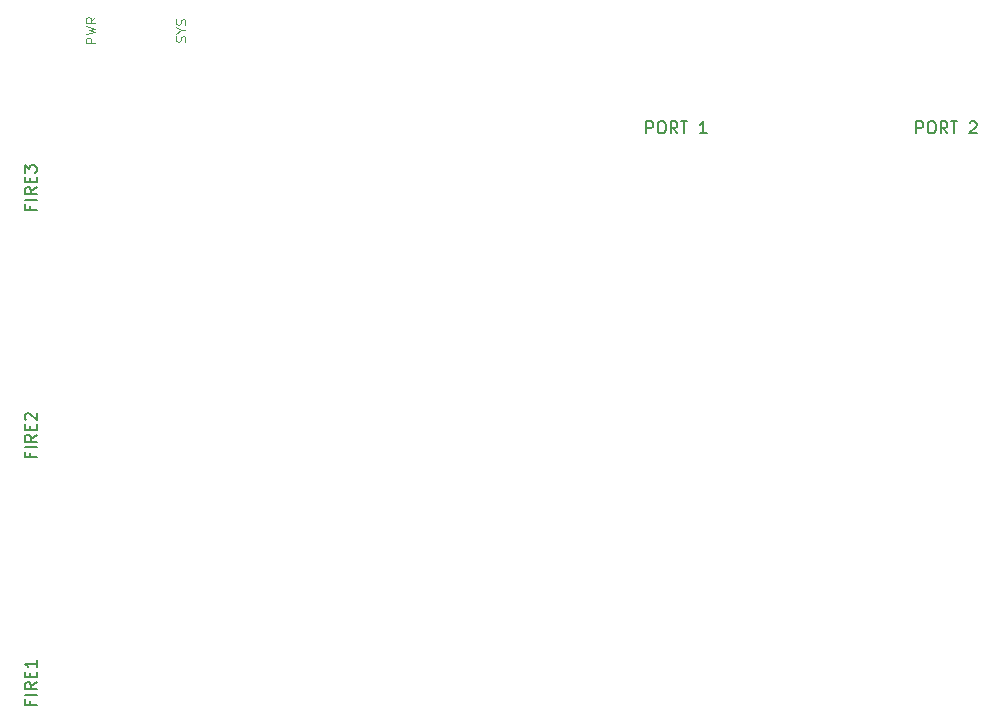
<source format=gto>
G04 #@! TF.GenerationSoftware,KiCad,Pcbnew,(5.1.8)-1*
G04 #@! TF.CreationDate,2021-01-08T20:10:29+01:00*
G04 #@! TF.ProjectId,C64 Joykey Faceplate,43363420-4a6f-4796-9b65-792046616365,rev?*
G04 #@! TF.SameCoordinates,Original*
G04 #@! TF.FileFunction,Legend,Top*
G04 #@! TF.FilePolarity,Positive*
%FSLAX46Y46*%
G04 Gerber Fmt 4.6, Leading zero omitted, Abs format (unit mm)*
G04 Created by KiCad (PCBNEW (5.1.8)-1) date 2021-01-08 20:10:29*
%MOMM*%
%LPD*%
G01*
G04 APERTURE LIST*
%ADD10C,0.150000*%
%ADD11C,0.100000*%
G04 APERTURE END LIST*
D10*
X197501190Y-94432380D02*
X197501190Y-93432380D01*
X197882142Y-93432380D01*
X197977380Y-93480000D01*
X198025000Y-93527619D01*
X198072619Y-93622857D01*
X198072619Y-93765714D01*
X198025000Y-93860952D01*
X197977380Y-93908571D01*
X197882142Y-93956190D01*
X197501190Y-93956190D01*
X198691666Y-93432380D02*
X198882142Y-93432380D01*
X198977380Y-93480000D01*
X199072619Y-93575238D01*
X199120238Y-93765714D01*
X199120238Y-94099047D01*
X199072619Y-94289523D01*
X198977380Y-94384761D01*
X198882142Y-94432380D01*
X198691666Y-94432380D01*
X198596428Y-94384761D01*
X198501190Y-94289523D01*
X198453571Y-94099047D01*
X198453571Y-93765714D01*
X198501190Y-93575238D01*
X198596428Y-93480000D01*
X198691666Y-93432380D01*
X200120238Y-94432380D02*
X199786904Y-93956190D01*
X199548809Y-94432380D02*
X199548809Y-93432380D01*
X199929761Y-93432380D01*
X200025000Y-93480000D01*
X200072619Y-93527619D01*
X200120238Y-93622857D01*
X200120238Y-93765714D01*
X200072619Y-93860952D01*
X200025000Y-93908571D01*
X199929761Y-93956190D01*
X199548809Y-93956190D01*
X200405952Y-93432380D02*
X200977380Y-93432380D01*
X200691666Y-94432380D02*
X200691666Y-93432380D01*
X202596428Y-94432380D02*
X202025000Y-94432380D01*
X202310714Y-94432380D02*
X202310714Y-93432380D01*
X202215476Y-93575238D01*
X202120238Y-93670476D01*
X202025000Y-93718095D01*
X220361190Y-94432380D02*
X220361190Y-93432380D01*
X220742142Y-93432380D01*
X220837380Y-93480000D01*
X220885000Y-93527619D01*
X220932619Y-93622857D01*
X220932619Y-93765714D01*
X220885000Y-93860952D01*
X220837380Y-93908571D01*
X220742142Y-93956190D01*
X220361190Y-93956190D01*
X221551666Y-93432380D02*
X221742142Y-93432380D01*
X221837380Y-93480000D01*
X221932619Y-93575238D01*
X221980238Y-93765714D01*
X221980238Y-94099047D01*
X221932619Y-94289523D01*
X221837380Y-94384761D01*
X221742142Y-94432380D01*
X221551666Y-94432380D01*
X221456428Y-94384761D01*
X221361190Y-94289523D01*
X221313571Y-94099047D01*
X221313571Y-93765714D01*
X221361190Y-93575238D01*
X221456428Y-93480000D01*
X221551666Y-93432380D01*
X222980238Y-94432380D02*
X222646904Y-93956190D01*
X222408809Y-94432380D02*
X222408809Y-93432380D01*
X222789761Y-93432380D01*
X222885000Y-93480000D01*
X222932619Y-93527619D01*
X222980238Y-93622857D01*
X222980238Y-93765714D01*
X222932619Y-93860952D01*
X222885000Y-93908571D01*
X222789761Y-93956190D01*
X222408809Y-93956190D01*
X223265952Y-93432380D02*
X223837380Y-93432380D01*
X223551666Y-94432380D02*
X223551666Y-93432380D01*
X224885000Y-93527619D02*
X224932619Y-93480000D01*
X225027857Y-93432380D01*
X225265952Y-93432380D01*
X225361190Y-93480000D01*
X225408809Y-93527619D01*
X225456428Y-93622857D01*
X225456428Y-93718095D01*
X225408809Y-93860952D01*
X224837380Y-94432380D01*
X225456428Y-94432380D01*
X145343571Y-100583809D02*
X145343571Y-100917142D01*
X145867380Y-100917142D02*
X144867380Y-100917142D01*
X144867380Y-100440952D01*
X145867380Y-100060000D02*
X144867380Y-100060000D01*
X145867380Y-99012380D02*
X145391190Y-99345714D01*
X145867380Y-99583809D02*
X144867380Y-99583809D01*
X144867380Y-99202857D01*
X144915000Y-99107619D01*
X144962619Y-99060000D01*
X145057857Y-99012380D01*
X145200714Y-99012380D01*
X145295952Y-99060000D01*
X145343571Y-99107619D01*
X145391190Y-99202857D01*
X145391190Y-99583809D01*
X145343571Y-98583809D02*
X145343571Y-98250476D01*
X145867380Y-98107619D02*
X145867380Y-98583809D01*
X144867380Y-98583809D01*
X144867380Y-98107619D01*
X144867380Y-97774285D02*
X144867380Y-97155238D01*
X145248333Y-97488571D01*
X145248333Y-97345714D01*
X145295952Y-97250476D01*
X145343571Y-97202857D01*
X145438809Y-97155238D01*
X145676904Y-97155238D01*
X145772142Y-97202857D01*
X145819761Y-97250476D01*
X145867380Y-97345714D01*
X145867380Y-97631428D01*
X145819761Y-97726666D01*
X145772142Y-97774285D01*
X145343571Y-121538809D02*
X145343571Y-121872142D01*
X145867380Y-121872142D02*
X144867380Y-121872142D01*
X144867380Y-121395952D01*
X145867380Y-121015000D02*
X144867380Y-121015000D01*
X145867380Y-119967380D02*
X145391190Y-120300714D01*
X145867380Y-120538809D02*
X144867380Y-120538809D01*
X144867380Y-120157857D01*
X144915000Y-120062619D01*
X144962619Y-120015000D01*
X145057857Y-119967380D01*
X145200714Y-119967380D01*
X145295952Y-120015000D01*
X145343571Y-120062619D01*
X145391190Y-120157857D01*
X145391190Y-120538809D01*
X145343571Y-119538809D02*
X145343571Y-119205476D01*
X145867380Y-119062619D02*
X145867380Y-119538809D01*
X144867380Y-119538809D01*
X144867380Y-119062619D01*
X144962619Y-118681666D02*
X144915000Y-118634047D01*
X144867380Y-118538809D01*
X144867380Y-118300714D01*
X144915000Y-118205476D01*
X144962619Y-118157857D01*
X145057857Y-118110238D01*
X145153095Y-118110238D01*
X145295952Y-118157857D01*
X145867380Y-118729285D01*
X145867380Y-118110238D01*
X145343571Y-142493809D02*
X145343571Y-142827142D01*
X145867380Y-142827142D02*
X144867380Y-142827142D01*
X144867380Y-142350952D01*
X145867380Y-141970000D02*
X144867380Y-141970000D01*
X145867380Y-140922380D02*
X145391190Y-141255714D01*
X145867380Y-141493809D02*
X144867380Y-141493809D01*
X144867380Y-141112857D01*
X144915000Y-141017619D01*
X144962619Y-140970000D01*
X145057857Y-140922380D01*
X145200714Y-140922380D01*
X145295952Y-140970000D01*
X145343571Y-141017619D01*
X145391190Y-141112857D01*
X145391190Y-141493809D01*
X145343571Y-140493809D02*
X145343571Y-140160476D01*
X145867380Y-140017619D02*
X145867380Y-140493809D01*
X144867380Y-140493809D01*
X144867380Y-140017619D01*
X145867380Y-139065238D02*
X145867380Y-139636666D01*
X145867380Y-139350952D02*
X144867380Y-139350952D01*
X145010238Y-139446190D01*
X145105476Y-139541428D01*
X145153095Y-139636666D01*
D11*
X158438809Y-86677380D02*
X158476904Y-86563095D01*
X158476904Y-86372619D01*
X158438809Y-86296428D01*
X158400714Y-86258333D01*
X158324523Y-86220238D01*
X158248333Y-86220238D01*
X158172142Y-86258333D01*
X158134047Y-86296428D01*
X158095952Y-86372619D01*
X158057857Y-86525000D01*
X158019761Y-86601190D01*
X157981666Y-86639285D01*
X157905476Y-86677380D01*
X157829285Y-86677380D01*
X157753095Y-86639285D01*
X157715000Y-86601190D01*
X157676904Y-86525000D01*
X157676904Y-86334523D01*
X157715000Y-86220238D01*
X158095952Y-85725000D02*
X158476904Y-85725000D01*
X157676904Y-85991666D02*
X158095952Y-85725000D01*
X157676904Y-85458333D01*
X158438809Y-85229761D02*
X158476904Y-85115476D01*
X158476904Y-84925000D01*
X158438809Y-84848809D01*
X158400714Y-84810714D01*
X158324523Y-84772619D01*
X158248333Y-84772619D01*
X158172142Y-84810714D01*
X158134047Y-84848809D01*
X158095952Y-84925000D01*
X158057857Y-85077380D01*
X158019761Y-85153571D01*
X157981666Y-85191666D01*
X157905476Y-85229761D01*
X157829285Y-85229761D01*
X157753095Y-85191666D01*
X157715000Y-85153571D01*
X157676904Y-85077380D01*
X157676904Y-84886904D01*
X157715000Y-84772619D01*
X150856904Y-86791666D02*
X150056904Y-86791666D01*
X150056904Y-86486904D01*
X150095000Y-86410714D01*
X150133095Y-86372619D01*
X150209285Y-86334523D01*
X150323571Y-86334523D01*
X150399761Y-86372619D01*
X150437857Y-86410714D01*
X150475952Y-86486904D01*
X150475952Y-86791666D01*
X150056904Y-86067857D02*
X150856904Y-85877380D01*
X150285476Y-85725000D01*
X150856904Y-85572619D01*
X150056904Y-85382142D01*
X150856904Y-84620238D02*
X150475952Y-84886904D01*
X150856904Y-85077380D02*
X150056904Y-85077380D01*
X150056904Y-84772619D01*
X150095000Y-84696428D01*
X150133095Y-84658333D01*
X150209285Y-84620238D01*
X150323571Y-84620238D01*
X150399761Y-84658333D01*
X150437857Y-84696428D01*
X150475952Y-84772619D01*
X150475952Y-85077380D01*
M02*

</source>
